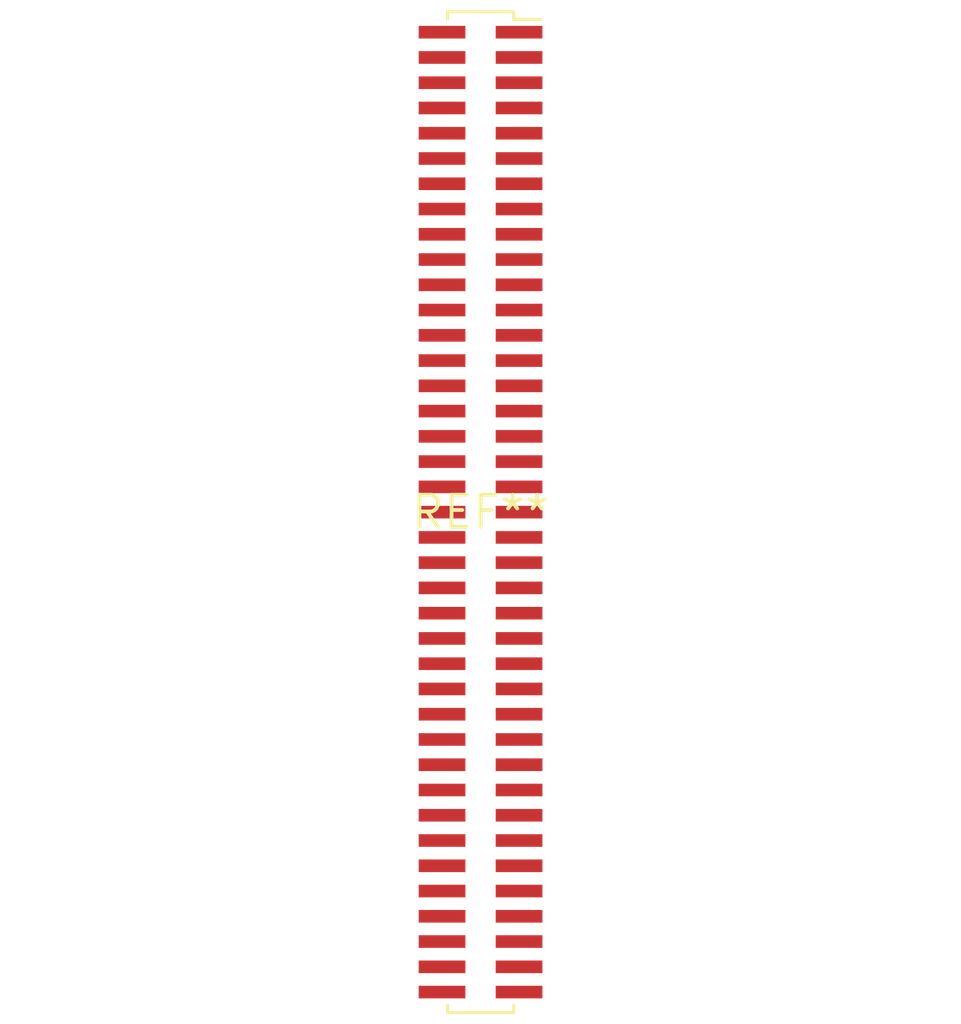
<source format=kicad_pcb>
(kicad_pcb (version 20240108) (generator pcbnew)
  (layers (0 "F.Cu" signal) (31 "B.Cu" signal) (34 "B.Paste" user) (35 "F.Paste" user) (36 "B.SilkS" user "B.Silkscreen") (37 "F.SilkS" user "F.Silkscreen") (38 "B.Mask" user) (39 "F.Mask" user) (44 "Edge.Cuts" user))
  (net 0 "")
  (footprint "PinSocket_2x39_P1.00mm_Vertical_SMD" (layer "F.Cu") (at 0 0)
    (property "Reference" "REF**")
    (property "Value" "PinSocket_2x39_P1.00mm_Vertical_SMD")
    (fp_line (start -1.31 -19.81) (end -1.31 -19.51) (layer "F.SilkS") (stroke (width 0.12)))
    (fp_line (start -1.31 -19.81) (end 1.31 -19.81) (layer "F.SilkS") (stroke (width 0.12)))
    (fp_line (start -1.31 19.51) (end -1.31 19.81) (layer "F.SilkS") (stroke (width 0.12)))
    (fp_line (start -1.31 19.81) (end 1.31 19.81) (layer "F.SilkS") (stroke (width 0.12)))
    (fp_line (start 1.31 -19.81) (end 1.31 -19.51) (layer "F.SilkS") (stroke (width 0.12)))
    (fp_line (start 1.31 -19.51) (end 2.39 -19.51) (layer "F.SilkS") (stroke (width 0.12)))
    (fp_line (start 1.31 19.51) (end 1.31 19.81) (layer "F.SilkS") (stroke (width 0.12)))
    (pad "1" smd rect (at 1.525 -19) (size 1.85 0.5) (layers "F.Cu" "F.Paste" "F.Mask"))
    (pad "2" smd rect (at -1.525 -19) (size 1.85 0.5) (layers "F.Cu" "F.Paste" "F.Mask"))
    (pad "3" smd rect (at 1.525 -18) (size 1.85 0.5) (layers "F.Cu" "F.Paste" "F.Mask"))
    (pad "4" smd rect (at -1.525 -18) (size 1.85 0.5) (layers "F.Cu" "F.Paste" "F.Mask"))
    (pad "5" smd rect (at 1.525 -17) (size 1.85 0.5) (layers "F.Cu" "F.Paste" "F.Mask"))
    (pad "6" smd rect (at -1.525 -17) (size 1.85 0.5) (layers "F.Cu" "F.Paste" "F.Mask"))
    (pad "7" smd rect (at 1.525 -16) (size 1.85 0.5) (layers "F.Cu" "F.Paste" "F.Mask"))
    (pad "8" smd rect (at -1.525 -16) (size 1.85 0.5) (layers "F.Cu" "F.Paste" "F.Mask"))
    (pad "9" smd rect (at 1.525 -15) (size 1.85 0.5) (layers "F.Cu" "F.Paste" "F.Mask"))
    (pad "10" smd rect (at -1.525 -15) (size 1.85 0.5) (layers "F.Cu" "F.Paste" "F.Mask"))
    (pad "11" smd rect (at 1.525 -14) (size 1.85 0.5) (layers "F.Cu" "F.Paste" "F.Mask"))
    (pad "12" smd rect (at -1.525 -14) (size 1.85 0.5) (layers "F.Cu" "F.Paste" "F.Mask"))
    (pad "13" smd rect (at 1.525 -13) (size 1.85 0.5) (layers "F.Cu" "F.Paste" "F.Mask"))
    (pad "14" smd rect (at -1.525 -13) (size 1.85 0.5) (layers "F.Cu" "F.Paste" "F.Mask"))
    (pad "15" smd rect (at 1.525 -12) (size 1.85 0.5) (layers "F.Cu" "F.Paste" "F.Mask"))
    (pad "16" smd rect (at -1.525 -12) (size 1.85 0.5) (layers "F.Cu" "F.Paste" "F.Mask"))
    (pad "17" smd rect (at 1.525 -11) (size 1.85 0.5) (layers "F.Cu" "F.Paste" "F.Mask"))
    (pad "18" smd rect (at -1.525 -11) (size 1.85 0.5) (layers "F.Cu" "F.Paste" "F.Mask"))
    (pad "19" smd rect (at 1.525 -10) (size 1.85 0.5) (layers "F.Cu" "F.Paste" "F.Mask"))
    (pad "20" smd rect (at -1.525 -10) (size 1.85 0.5) (layers "F.Cu" "F.Paste" "F.Mask"))
    (pad "21" smd rect (at 1.525 -9) (size 1.85 0.5) (layers "F.Cu" "F.Paste" "F.Mask"))
    (pad "22" smd rect (at -1.525 -9) (size 1.85 0.5) (layers "F.Cu" "F.Paste" "F.Mask"))
    (pad "23" smd rect (at 1.525 -8) (size 1.85 0.5) (layers "F.Cu" "F.Paste" "F.Mask"))
    (pad "24" smd rect (at -1.525 -8) (size 1.85 0.5) (layers "F.Cu" "F.Paste" "F.Mask"))
    (pad "25" smd rect (at 1.525 -7) (size 1.85 0.5) (layers "F.Cu" "F.Paste" "F.Mask"))
    (pad "26" smd rect (at -1.525 -7) (size 1.85 0.5) (layers "F.Cu" "F.Paste" "F.Mask"))
    (pad "27" smd rect (at 1.525 -6) (size 1.85 0.5) (layers "F.Cu" "F.Paste" "F.Mask"))
    (pad "28" smd rect (at -1.525 -6) (size 1.85 0.5) (layers "F.Cu" "F.Paste" "F.Mask"))
    (pad "29" smd rect (at 1.525 -5) (size 1.85 0.5) (layers "F.Cu" "F.Paste" "F.Mask"))
    (pad "30" smd rect (at -1.525 -5) (size 1.85 0.5) (layers "F.Cu" "F.Paste" "F.Mask"))
    (pad "31" smd rect (at 1.525 -4) (size 1.85 0.5) (layers "F.Cu" "F.Paste" "F.Mask"))
    (pad "32" smd rect (at -1.525 -4) (size 1.85 0.5) (layers "F.Cu" "F.Paste" "F.Mask"))
    (pad "33" smd rect (at 1.525 -3) (size 1.85 0.5) (layers "F.Cu" "F.Paste" "F.Mask"))
    (pad "34" smd rect (at -1.525 -3) (size 1.85 0.5) (layers "F.Cu" "F.Paste" "F.Mask"))
    (pad "35" smd rect (at 1.525 -2) (size 1.85 0.5) (layers "F.Cu" "F.Paste" "F.Mask"))
    (pad "36" smd rect (at -1.525 -2) (size 1.85 0.5) (layers "F.Cu" "F.Paste" "F.Mask"))
    (pad "37" smd rect (at 1.525 -1) (size 1.85 0.5) (layers "F.Cu" "F.Paste" "F.Mask"))
    (pad "38" smd rect (at -1.525 -1) (size 1.85 0.5) (layers "F.Cu" "F.Paste" "F.Mask"))
    (pad "39" smd rect (at 1.525 0) (size 1.85 0.5) (layers "F.Cu" "F.Paste" "F.Mask"))
    (pad "40" smd rect (at -1.525 0) (size 1.85 0.5) (layers "F.Cu" "F.Paste" "F.Mask"))
    (pad "41" smd rect (at 1.525 1) (size 1.85 0.5) (layers "F.Cu" "F.Paste" "F.Mask"))
    (pad "42" smd rect (at -1.525 1) (size 1.85 0.5) (layers "F.Cu" "F.Paste" "F.Mask"))
    (pad "43" smd rect (at 1.525 2) (size 1.85 0.5) (layers "F.Cu" "F.Paste" "F.Mask"))
    (pad "44" smd rect (at -1.525 2) (size 1.85 0.5) (layers "F.Cu" "F.Paste" "F.Mask"))
    (pad "45" smd rect (at 1.525 3) (size 1.85 0.5) (layers "F.Cu" "F.Paste" "F.Mask"))
    (pad "46" smd rect (at -1.525 3) (size 1.85 0.5) (layers "F.Cu" "F.Paste" "F.Mask"))
    (pad "47" smd rect (at 1.525 4) (size 1.85 0.5) (layers "F.Cu" "F.Paste" "F.Mask"))
    (pad "48" smd rect (at -1.525 4) (size 1.85 0.5) (layers "F.Cu" "F.Paste" "F.Mask"))
    (pad "49" smd rect (at 1.525 5) (size 1.85 0.5) (layers "F.Cu" "F.Paste" "F.Mask"))
    (pad "50" smd rect (at -1.525 5) (size 1.85 0.5) (layers "F.Cu" "F.Paste" "F.Mask"))
    (pad "51" smd rect (at 1.525 6) (size 1.85 0.5) (layers "F.Cu" "F.Paste" "F.Mask"))
    (pad "52" smd rect (at -1.525 6) (size 1.85 0.5) (layers "F.Cu" "F.Paste" "F.Mask"))
    (pad "53" smd rect (at 1.525 7) (size 1.85 0.5) (layers "F.Cu" "F.Paste" "F.Mask"))
    (pad "54" smd rect (at -1.525 7) (size 1.85 0.5) (layers "F.Cu" "F.Paste" "F.Mask"))
    (pad "55" smd rect (at 1.525 8) (size 1.85 0.5) (layers "F.Cu" "F.Paste" "F.Mask"))
    (pad "56" smd rect (at -1.525 8) (size 1.85 0.5) (layers "F.Cu" "F.Paste" "F.Mask"))
    (pad "57" smd rect (at 1.525 9) (size 1.85 0.5) (layers "F.Cu" "F.Paste" "F.Mask"))
    (pad "58" smd rect (at -1.525 9) (size 1.85 0.5) (layers "F.Cu" "F.Paste" "F.Mask"))
    (pad "59" smd rect (at 1.525 10) (size 1.85 0.5) (layers "F.Cu" "F.Paste" "F.Mask"))
    (pad "60" smd rect (at -1.525 10) (size 1.85 0.5) (layers "F.Cu" "F.Paste" "F.Mask"))
    (pad "61" smd rect (at 1.525 11) (size 1.85 0.5) (layers "F.Cu" "F.Paste" "F.Mask"))
    (pad "62" smd rect (at -1.525 11) (size 1.85 0.5) (layers "F.Cu" "F.Paste" "F.Mask"))
    (pad "63" smd rect (at 1.525 12) (size 1.85 0.5) (layers "F.Cu" "F.Paste" "F.Mask"))
    (pad "64" smd rect (at -1.525 12) (size 1.85 0.5) (layers "F.Cu" "F.Paste" "F.Mask"))
    (pad "65" smd rect (at 1.525 13) (size 1.85 0.5) (layers "F.Cu" "F.Paste" "F.Mask"))
    (pad "66" smd rect (at -1.525 13) (size 1.85 0.5) (layers "F.Cu" "F.Paste" "F.Mask"))
    (pad "67" smd rect (at 1.525 14) (size 1.85 0.5) (layers "F.Cu" "F.Paste" "F.Mask"))
    (pad "68" smd rect (at -1.525 14) (size 1.85 0.5) (layers "F.Cu" "F.Paste" "F.Mask"))
    (pad "69" smd rect (at 1.525 15) (size 1.85 0.5) (layers "F.Cu" "F.Paste" "F.Mask"))
    (pad "70" smd rect (at -1.525 15) (size 1.85 0.5) (layers "F.Cu" "F.Paste" "F.Mask"))
    (pad "71" smd rect (at 1.525 16) (size 1.85 0.5) (layers "F.Cu" "F.Paste" "F.Mask"))
    (pad "72" smd rect (at -1.525 16) (size 1.85 0.5) (layers "F.Cu" "F.Paste" "F.Mask"))
    (pad "73" smd rect (at 1.525 17) (size 1.85 0.5) (layers "F.Cu" "F.Paste" "F.Mask"))
    (pad "74" smd rect (at -1.525 17) (size 1.85 0.5) (layers "F.Cu" "F.Paste" "F.Mask"))
    (pad "75" smd rect (at 1.525 18) (size 1.85 0.5) (layers "F.Cu" "F.Paste" "F.Mask"))
    (pad "76" smd rect (at -1.525 18) (size 1.85 0.5) (layers "F.Cu" "F.Paste" "F.Mask"))
    (pad "77" smd rect (at 1.525 19) (size 1.85 0.5) (layers "F.Cu" "F.Paste" "F.Mask"))
    (pad "78" smd rect (at -1.525 19) (size 1.85 0.5) (layers "F.Cu" "F.Paste" "F.Mask"))
  )
)
</source>
